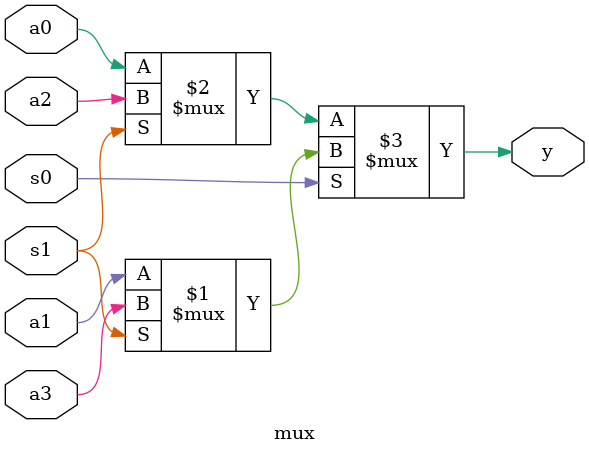
<source format=v>
module mux(input s0,s1,a0,a1,a2,a3,output y);
assign y= s0?(s1? a3:a1):(s1? a2:a0);
endmodule

</source>
